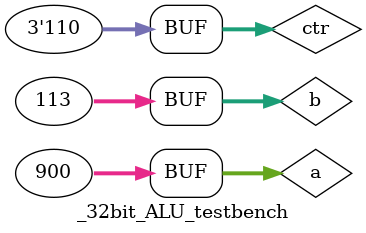
<source format=v>
`define DELAY 20
module _32bit_ALU_testbench();

reg [31:0] a, b;
reg [2:0] ctr;
wire [31:0] res;
wire zero;

_32bit_ALU alu(res,zero,a,b,ctr);

initial begin
a = 32'h00001111; b = 32'h11110000; ctr = 3'b010;
#`DELAY;
a = 32'h0000000f; b = 32'h00000001; ctr = 3'b010;
#`DELAY;
a = 32'b11111111111111111111111011101000; b = 32'b00000000000000000000000001110001; ctr = 3'b110;
#`DELAY;
a = 32'b00000000000000000000001110000100; b = 32'b00000000000000000000000001110001; ctr = 3'b110;
end

initial begin
$monitor("time = %2d, a= %8h, b= %8h, sum= %8h, zero=%1b", $time, a, b, res, zero);
end

endmodule
</source>
